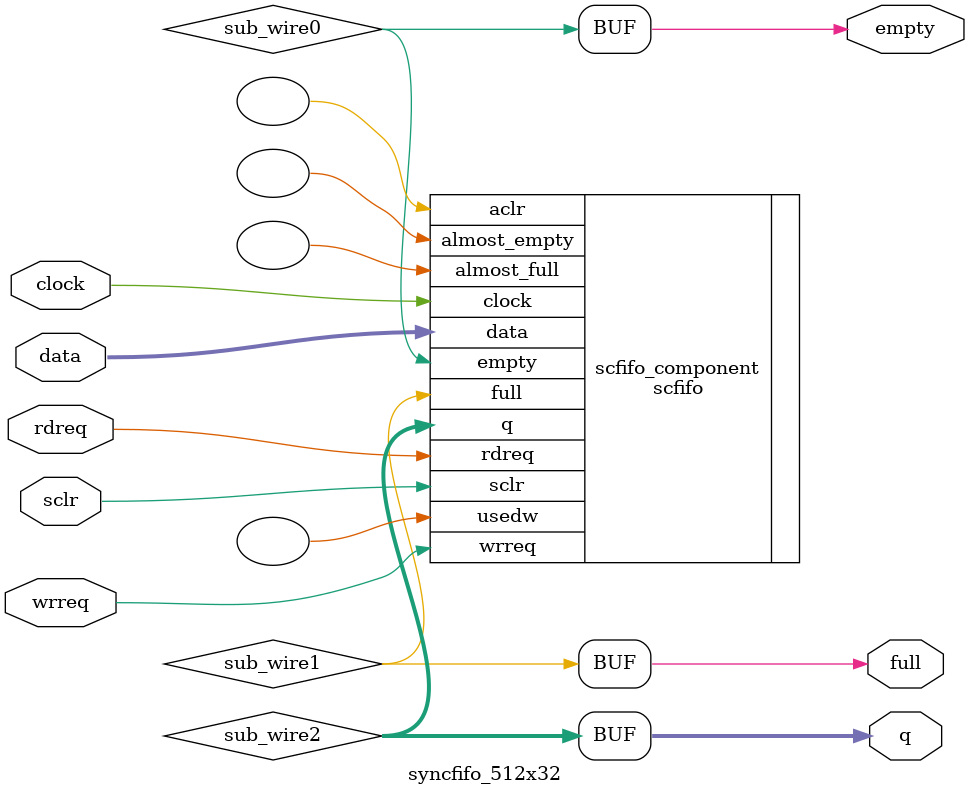
<source format=v>
module syncfifo_512x32 (
	clock,
	data,
	rdreq,
	sclr,
	wrreq,
	empty,
	full,
	q);
	input	  clock;
	input	[31:0]  data;
	input	  rdreq;
	input	  sclr;
	input	  wrreq;
	output	  empty;
	output	  full;
	output	[31:0]  q;
	wire  sub_wire0;
	wire  sub_wire1;
	wire [31:0] sub_wire2;
	wire  empty = sub_wire0;
	wire  full = sub_wire1;
	wire [31:0] q = sub_wire2[31:0];
	scfifo	scfifo_component (
				.clock (clock),
				.data (data),
				.rdreq (rdreq),
				.sclr (sclr),
				.wrreq (wrreq),
				.empty (sub_wire0),
				.full (sub_wire1),
				.q (sub_wire2),
				.aclr (),
				.almost_empty (),
				.almost_full (),
				.usedw ());
	defparam
		scfifo_component.add_ram_output_register = "OFF",
		scfifo_component.intended_device_family = "Stratix IV",
		scfifo_component.lpm_numwords = 512,
		scfifo_component.lpm_showahead = "OFF",
		scfifo_component.lpm_type = "scfifo",
		scfifo_component.lpm_width = 32,
		scfifo_component.lpm_widthu = 9,
		scfifo_component.overflow_checking = "ON",
		scfifo_component.underflow_checking = "ON",
		scfifo_component.use_eab = "ON";
endmodule
</source>
